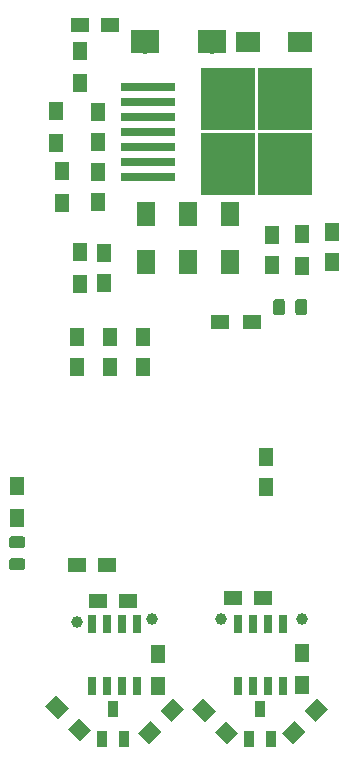
<source format=gbr>
G04 #@! TF.GenerationSoftware,KiCad,Pcbnew,5.0.2-bee76a0~70~ubuntu18.04.1*
G04 #@! TF.CreationDate,2020-02-03T17:56:43+02:00*
G04 #@! TF.ProjectId,Telemetry Board,54656c65-6d65-4747-9279-20426f617264,V1.4.1*
G04 #@! TF.SameCoordinates,Original*
G04 #@! TF.FileFunction,Paste,Top*
G04 #@! TF.FilePolarity,Positive*
%FSLAX46Y46*%
G04 Gerber Fmt 4.6, Leading zero omitted, Abs format (unit mm)*
G04 Created by KiCad (PCBNEW 5.0.2-bee76a0~70~ubuntu18.04.1) date ma  3. helmikuuta 2020 17.56.43*
%MOMM*%
%LPD*%
G01*
G04 APERTURE LIST*
%ADD10C,0.100000*%
%ADD11C,0.975000*%
%ADD12C,2.000000*%
%ADD13R,4.600000X0.800000*%
%ADD14R,4.550000X5.250000*%
%ADD15R,2.100000X1.800000*%
%ADD16R,1.250000X1.500000*%
%ADD17R,1.500000X1.250000*%
%ADD18R,1.300000X1.500000*%
%ADD19R,1.500000X1.300000*%
%ADD20C,1.000000*%
%ADD21R,1.600000X2.000000*%
%ADD22C,1.300000*%
%ADD23R,0.700000X1.500000*%
%ADD24R,0.910000X1.400000*%
G04 APERTURE END LIST*
D10*
G04 #@! TO.C,D8*
G36*
X99794142Y-96209174D02*
X99817803Y-96212684D01*
X99841007Y-96218496D01*
X99863529Y-96226554D01*
X99885153Y-96236782D01*
X99905670Y-96249079D01*
X99924883Y-96263329D01*
X99942607Y-96279393D01*
X99958671Y-96297117D01*
X99972921Y-96316330D01*
X99985218Y-96336847D01*
X99995446Y-96358471D01*
X100003504Y-96380993D01*
X100009316Y-96404197D01*
X100012826Y-96427858D01*
X100014000Y-96451750D01*
X100014000Y-96939250D01*
X100012826Y-96963142D01*
X100009316Y-96986803D01*
X100003504Y-97010007D01*
X99995446Y-97032529D01*
X99985218Y-97054153D01*
X99972921Y-97074670D01*
X99958671Y-97093883D01*
X99942607Y-97111607D01*
X99924883Y-97127671D01*
X99905670Y-97141921D01*
X99885153Y-97154218D01*
X99863529Y-97164446D01*
X99841007Y-97172504D01*
X99817803Y-97178316D01*
X99794142Y-97181826D01*
X99770250Y-97183000D01*
X98857750Y-97183000D01*
X98833858Y-97181826D01*
X98810197Y-97178316D01*
X98786993Y-97172504D01*
X98764471Y-97164446D01*
X98742847Y-97154218D01*
X98722330Y-97141921D01*
X98703117Y-97127671D01*
X98685393Y-97111607D01*
X98669329Y-97093883D01*
X98655079Y-97074670D01*
X98642782Y-97054153D01*
X98632554Y-97032529D01*
X98624496Y-97010007D01*
X98618684Y-96986803D01*
X98615174Y-96963142D01*
X98614000Y-96939250D01*
X98614000Y-96451750D01*
X98615174Y-96427858D01*
X98618684Y-96404197D01*
X98624496Y-96380993D01*
X98632554Y-96358471D01*
X98642782Y-96336847D01*
X98655079Y-96316330D01*
X98669329Y-96297117D01*
X98685393Y-96279393D01*
X98703117Y-96263329D01*
X98722330Y-96249079D01*
X98742847Y-96236782D01*
X98764471Y-96226554D01*
X98786993Y-96218496D01*
X98810197Y-96212684D01*
X98833858Y-96209174D01*
X98857750Y-96208000D01*
X99770250Y-96208000D01*
X99794142Y-96209174D01*
X99794142Y-96209174D01*
G37*
D11*
X99314000Y-96695500D03*
D10*
G36*
X99794142Y-94334174D02*
X99817803Y-94337684D01*
X99841007Y-94343496D01*
X99863529Y-94351554D01*
X99885153Y-94361782D01*
X99905670Y-94374079D01*
X99924883Y-94388329D01*
X99942607Y-94404393D01*
X99958671Y-94422117D01*
X99972921Y-94441330D01*
X99985218Y-94461847D01*
X99995446Y-94483471D01*
X100003504Y-94505993D01*
X100009316Y-94529197D01*
X100012826Y-94552858D01*
X100014000Y-94576750D01*
X100014000Y-95064250D01*
X100012826Y-95088142D01*
X100009316Y-95111803D01*
X100003504Y-95135007D01*
X99995446Y-95157529D01*
X99985218Y-95179153D01*
X99972921Y-95199670D01*
X99958671Y-95218883D01*
X99942607Y-95236607D01*
X99924883Y-95252671D01*
X99905670Y-95266921D01*
X99885153Y-95279218D01*
X99863529Y-95289446D01*
X99841007Y-95297504D01*
X99817803Y-95303316D01*
X99794142Y-95306826D01*
X99770250Y-95308000D01*
X98857750Y-95308000D01*
X98833858Y-95306826D01*
X98810197Y-95303316D01*
X98786993Y-95297504D01*
X98764471Y-95289446D01*
X98742847Y-95279218D01*
X98722330Y-95266921D01*
X98703117Y-95252671D01*
X98685393Y-95236607D01*
X98669329Y-95218883D01*
X98655079Y-95199670D01*
X98642782Y-95179153D01*
X98632554Y-95157529D01*
X98624496Y-95135007D01*
X98618684Y-95111803D01*
X98615174Y-95088142D01*
X98614000Y-95064250D01*
X98614000Y-94576750D01*
X98615174Y-94552858D01*
X98618684Y-94529197D01*
X98624496Y-94505993D01*
X98632554Y-94483471D01*
X98642782Y-94461847D01*
X98655079Y-94441330D01*
X98669329Y-94422117D01*
X98685393Y-94404393D01*
X98703117Y-94388329D01*
X98722330Y-94374079D01*
X98742847Y-94361782D01*
X98764471Y-94351554D01*
X98786993Y-94343496D01*
X98810197Y-94337684D01*
X98833858Y-94334174D01*
X98857750Y-94333000D01*
X99770250Y-94333000D01*
X99794142Y-94334174D01*
X99794142Y-94334174D01*
G37*
D11*
X99314000Y-94820500D03*
G04 #@! TD*
D12*
G04 #@! TO.C,D1*
X110144000Y-52451000D03*
D10*
G36*
X111344000Y-51451000D02*
X111344000Y-53451000D01*
X108944000Y-53451000D01*
X108944000Y-51451000D01*
X111344000Y-51451000D01*
X111344000Y-51451000D01*
G37*
D12*
X115824000Y-52451000D03*
D10*
G36*
X117024000Y-51451000D02*
X117024000Y-53451000D01*
X114624000Y-53451000D01*
X114624000Y-51451000D01*
X117024000Y-51451000D01*
X117024000Y-51451000D01*
G37*
G04 #@! TD*
D13*
G04 #@! TO.C,U3*
X110430000Y-56261000D03*
X110430000Y-57531000D03*
X110430000Y-58801000D03*
X110430000Y-60071000D03*
X110430000Y-61341000D03*
X110430000Y-62611000D03*
X110430000Y-63881000D03*
D14*
X122005000Y-62846000D03*
X117155000Y-57296000D03*
X122005000Y-57296000D03*
X117155000Y-62846000D03*
G04 #@! TD*
D15*
G04 #@! TO.C,D2*
X118831000Y-52451000D03*
X123231000Y-52451000D03*
G04 #@! TD*
D16*
G04 #@! TO.C,C2*
X106680000Y-72878000D03*
X106680000Y-70378000D03*
G04 #@! TD*
D17*
G04 #@! TO.C,C3*
X104648000Y-51054000D03*
X107148000Y-51054000D03*
G04 #@! TD*
D16*
G04 #@! TO.C,C6*
X106172000Y-58440000D03*
X106172000Y-60940000D03*
G04 #@! TD*
G04 #@! TO.C,C7*
X106172000Y-66020000D03*
X106172000Y-63520000D03*
G04 #@! TD*
G04 #@! TO.C,C9*
X120396000Y-90150000D03*
X120396000Y-87650000D03*
G04 #@! TD*
G04 #@! TO.C,C16*
X125984000Y-68600000D03*
X125984000Y-71100000D03*
G04 #@! TD*
G04 #@! TO.C,C17*
X104394000Y-79990000D03*
X104394000Y-77490000D03*
G04 #@! TD*
G04 #@! TO.C,C18*
X107188000Y-77490000D03*
X107188000Y-79990000D03*
G04 #@! TD*
G04 #@! TO.C,C19*
X109982000Y-77490000D03*
X109982000Y-79990000D03*
G04 #@! TD*
G04 #@! TO.C,C20*
X120904000Y-71354000D03*
X120904000Y-68854000D03*
G04 #@! TD*
D17*
G04 #@! TO.C,C25*
X104414000Y-96774000D03*
X106914000Y-96774000D03*
G04 #@! TD*
D10*
G04 #@! TO.C,D9*
G36*
X123633142Y-74231174D02*
X123656803Y-74234684D01*
X123680007Y-74240496D01*
X123702529Y-74248554D01*
X123724153Y-74258782D01*
X123744670Y-74271079D01*
X123763883Y-74285329D01*
X123781607Y-74301393D01*
X123797671Y-74319117D01*
X123811921Y-74338330D01*
X123824218Y-74358847D01*
X123834446Y-74380471D01*
X123842504Y-74402993D01*
X123848316Y-74426197D01*
X123851826Y-74449858D01*
X123853000Y-74473750D01*
X123853000Y-75386250D01*
X123851826Y-75410142D01*
X123848316Y-75433803D01*
X123842504Y-75457007D01*
X123834446Y-75479529D01*
X123824218Y-75501153D01*
X123811921Y-75521670D01*
X123797671Y-75540883D01*
X123781607Y-75558607D01*
X123763883Y-75574671D01*
X123744670Y-75588921D01*
X123724153Y-75601218D01*
X123702529Y-75611446D01*
X123680007Y-75619504D01*
X123656803Y-75625316D01*
X123633142Y-75628826D01*
X123609250Y-75630000D01*
X123121750Y-75630000D01*
X123097858Y-75628826D01*
X123074197Y-75625316D01*
X123050993Y-75619504D01*
X123028471Y-75611446D01*
X123006847Y-75601218D01*
X122986330Y-75588921D01*
X122967117Y-75574671D01*
X122949393Y-75558607D01*
X122933329Y-75540883D01*
X122919079Y-75521670D01*
X122906782Y-75501153D01*
X122896554Y-75479529D01*
X122888496Y-75457007D01*
X122882684Y-75433803D01*
X122879174Y-75410142D01*
X122878000Y-75386250D01*
X122878000Y-74473750D01*
X122879174Y-74449858D01*
X122882684Y-74426197D01*
X122888496Y-74402993D01*
X122896554Y-74380471D01*
X122906782Y-74358847D01*
X122919079Y-74338330D01*
X122933329Y-74319117D01*
X122949393Y-74301393D01*
X122967117Y-74285329D01*
X122986330Y-74271079D01*
X123006847Y-74258782D01*
X123028471Y-74248554D01*
X123050993Y-74240496D01*
X123074197Y-74234684D01*
X123097858Y-74231174D01*
X123121750Y-74230000D01*
X123609250Y-74230000D01*
X123633142Y-74231174D01*
X123633142Y-74231174D01*
G37*
D11*
X123365500Y-74930000D03*
D10*
G36*
X121758142Y-74231174D02*
X121781803Y-74234684D01*
X121805007Y-74240496D01*
X121827529Y-74248554D01*
X121849153Y-74258782D01*
X121869670Y-74271079D01*
X121888883Y-74285329D01*
X121906607Y-74301393D01*
X121922671Y-74319117D01*
X121936921Y-74338330D01*
X121949218Y-74358847D01*
X121959446Y-74380471D01*
X121967504Y-74402993D01*
X121973316Y-74426197D01*
X121976826Y-74449858D01*
X121978000Y-74473750D01*
X121978000Y-75386250D01*
X121976826Y-75410142D01*
X121973316Y-75433803D01*
X121967504Y-75457007D01*
X121959446Y-75479529D01*
X121949218Y-75501153D01*
X121936921Y-75521670D01*
X121922671Y-75540883D01*
X121906607Y-75558607D01*
X121888883Y-75574671D01*
X121869670Y-75588921D01*
X121849153Y-75601218D01*
X121827529Y-75611446D01*
X121805007Y-75619504D01*
X121781803Y-75625316D01*
X121758142Y-75628826D01*
X121734250Y-75630000D01*
X121246750Y-75630000D01*
X121222858Y-75628826D01*
X121199197Y-75625316D01*
X121175993Y-75619504D01*
X121153471Y-75611446D01*
X121131847Y-75601218D01*
X121111330Y-75588921D01*
X121092117Y-75574671D01*
X121074393Y-75558607D01*
X121058329Y-75540883D01*
X121044079Y-75521670D01*
X121031782Y-75501153D01*
X121021554Y-75479529D01*
X121013496Y-75457007D01*
X121007684Y-75433803D01*
X121004174Y-75410142D01*
X121003000Y-75386250D01*
X121003000Y-74473750D01*
X121004174Y-74449858D01*
X121007684Y-74426197D01*
X121013496Y-74402993D01*
X121021554Y-74380471D01*
X121031782Y-74358847D01*
X121044079Y-74338330D01*
X121058329Y-74319117D01*
X121074393Y-74301393D01*
X121092117Y-74285329D01*
X121111330Y-74271079D01*
X121131847Y-74258782D01*
X121153471Y-74248554D01*
X121175993Y-74240496D01*
X121199197Y-74234684D01*
X121222858Y-74231174D01*
X121246750Y-74230000D01*
X121734250Y-74230000D01*
X121758142Y-74231174D01*
X121758142Y-74231174D01*
G37*
D11*
X121490500Y-74930000D03*
G04 #@! TD*
D18*
G04 #@! TO.C,R3*
X104648000Y-72978000D03*
X104648000Y-70278000D03*
G04 #@! TD*
G04 #@! TO.C,R6*
X104648000Y-53260000D03*
X104648000Y-55960000D03*
G04 #@! TD*
G04 #@! TO.C,R9*
X102616000Y-58340000D03*
X102616000Y-61040000D03*
G04 #@! TD*
G04 #@! TO.C,R10*
X103124000Y-63420000D03*
X103124000Y-66120000D03*
G04 #@! TD*
G04 #@! TO.C,R15*
X99314000Y-92790000D03*
X99314000Y-90090000D03*
G04 #@! TD*
G04 #@! TO.C,R16*
X123444000Y-68754000D03*
X123444000Y-71454000D03*
G04 #@! TD*
D19*
G04 #@! TO.C,R17*
X119206000Y-76200000D03*
X116506000Y-76200000D03*
G04 #@! TD*
D20*
G04 #@! TO.C,J18*
X116586000Y-101346000D03*
G04 #@! TD*
G04 #@! TO.C,J19*
X123444000Y-101346000D03*
G04 #@! TD*
G04 #@! TO.C,J20*
X104394000Y-101600000D03*
G04 #@! TD*
G04 #@! TO.C,J21*
X110744000Y-101346000D03*
G04 #@! TD*
D17*
G04 #@! TO.C,C4*
X106192000Y-99822000D03*
X108692000Y-99822000D03*
G04 #@! TD*
G04 #@! TO.C,C5*
X120122000Y-99568000D03*
X117622000Y-99568000D03*
G04 #@! TD*
D21*
G04 #@! TO.C,C8*
X110236000Y-67088000D03*
X110236000Y-71088000D03*
G04 #@! TD*
G04 #@! TO.C,C21*
X113772910Y-71088000D03*
X113772910Y-67088000D03*
G04 #@! TD*
G04 #@! TO.C,C22*
X117348000Y-67088000D03*
X117348000Y-71088000D03*
G04 #@! TD*
D18*
G04 #@! TO.C,R1*
X123444000Y-104234000D03*
X123444000Y-106934000D03*
G04 #@! TD*
G04 #@! TO.C,R2*
X111252000Y-104314000D03*
X111252000Y-107014000D03*
G04 #@! TD*
D22*
G04 #@! TO.C,R4*
X112460594Y-109027406D03*
D10*
G36*
X112531305Y-108037457D02*
X113450543Y-108956695D01*
X112389883Y-110017355D01*
X111470645Y-109098117D01*
X112531305Y-108037457D01*
X112531305Y-108037457D01*
G37*
D22*
X110551406Y-110936594D03*
D10*
G36*
X110622117Y-109946645D02*
X111541355Y-110865883D01*
X110480695Y-111926543D01*
X109561457Y-111007305D01*
X110622117Y-109946645D01*
X110622117Y-109946645D01*
G37*
G04 #@! TD*
D22*
G04 #@! TO.C,R5*
X117032594Y-110936594D03*
D10*
G36*
X118022543Y-111007305D02*
X117103305Y-111926543D01*
X116042645Y-110865883D01*
X116961883Y-109946645D01*
X118022543Y-111007305D01*
X118022543Y-111007305D01*
G37*
D22*
X115123406Y-109027406D03*
D10*
G36*
X116113355Y-109098117D02*
X115194117Y-110017355D01*
X114133457Y-108956695D01*
X115052695Y-108037457D01*
X116113355Y-109098117D01*
X116113355Y-109098117D01*
G37*
G04 #@! TD*
D23*
G04 #@! TO.C,U1*
X109474000Y-107044000D03*
X108204000Y-107044000D03*
X106934000Y-107044000D03*
X105664000Y-107044000D03*
X105664000Y-101744000D03*
X106934000Y-101744000D03*
X108204000Y-101744000D03*
X109474000Y-101744000D03*
G04 #@! TD*
G04 #@! TO.C,U2*
X121793000Y-101744000D03*
X120523000Y-101744000D03*
X119253000Y-101744000D03*
X117983000Y-101744000D03*
X117983000Y-107044000D03*
X119253000Y-107044000D03*
X120523000Y-107044000D03*
X121793000Y-107044000D03*
G04 #@! TD*
D24*
G04 #@! TO.C,U5*
X107442000Y-108936000D03*
X108392000Y-111536000D03*
X106492000Y-111536000D03*
G04 #@! TD*
G04 #@! TO.C,U6*
X118938000Y-111536000D03*
X120838000Y-111536000D03*
X119888000Y-108936000D03*
G04 #@! TD*
D22*
G04 #@! TO.C,R7*
X104586594Y-110682594D03*
D10*
G36*
X105576543Y-110753305D02*
X104657305Y-111672543D01*
X103596645Y-110611883D01*
X104515883Y-109692645D01*
X105576543Y-110753305D01*
X105576543Y-110753305D01*
G37*
D22*
X102677406Y-108773406D03*
D10*
G36*
X103667355Y-108844117D02*
X102748117Y-109763355D01*
X101687457Y-108702695D01*
X102606695Y-107783457D01*
X103667355Y-108844117D01*
X103667355Y-108844117D01*
G37*
G04 #@! TD*
D22*
G04 #@! TO.C,R8*
X122743406Y-110936594D03*
D10*
G36*
X122814117Y-109946645D02*
X123733355Y-110865883D01*
X122672695Y-111926543D01*
X121753457Y-111007305D01*
X122814117Y-109946645D01*
X122814117Y-109946645D01*
G37*
D22*
X124652594Y-109027406D03*
D10*
G36*
X124723305Y-108037457D02*
X125642543Y-108956695D01*
X124581883Y-110017355D01*
X123662645Y-109098117D01*
X124723305Y-108037457D01*
X124723305Y-108037457D01*
G37*
G04 #@! TD*
M02*

</source>
